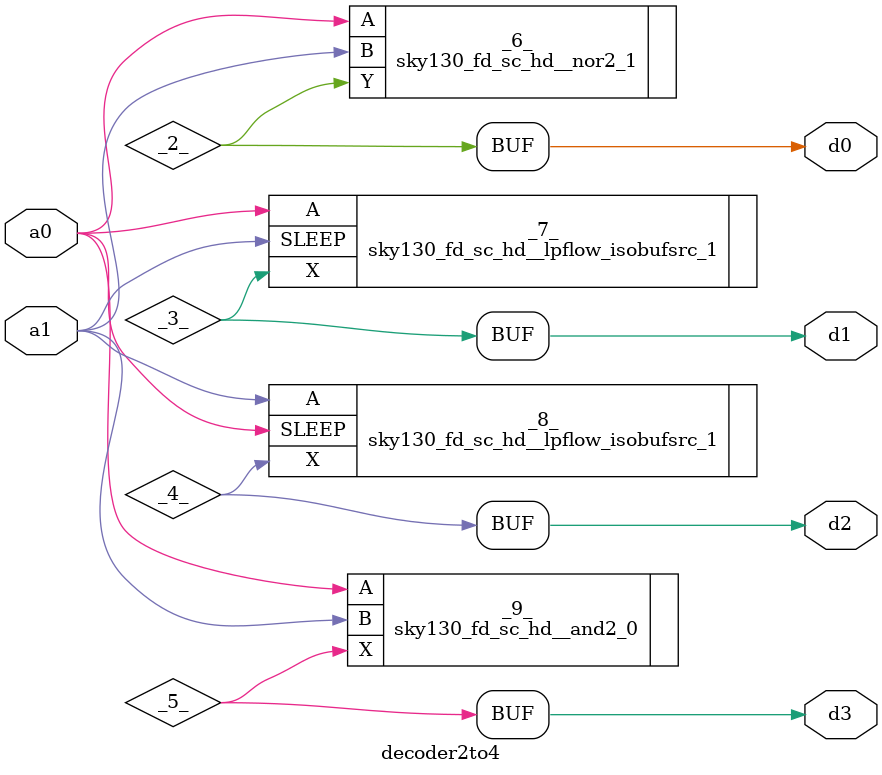
<source format=v>
/* Generated by Yosys 0.9 (git sha1 1979e0b1, i686-w64-mingw32.static-g++ 5.5.0 -Os) */

module decoder2to4(a0, a1, d0, d1, d2, d3);
  wire _0_;
  wire _1_;
  wire _2_;
  wire _3_;
  wire _4_;
  wire _5_;
  input a0;
  input a1;
  output d0;
  output d1;
  output d2;
  output d3;
  sky130_fd_sc_hd__nor2_1 _6_ (
    .A(_0_),
    .B(_1_),
    .Y(_2_)
  );
  sky130_fd_sc_hd__lpflow_isobufsrc_1 _7_ (
    .A(_0_),
    .SLEEP(_1_),
    .X(_3_)
  );
  sky130_fd_sc_hd__lpflow_isobufsrc_1 _8_ (
    .A(_1_),
    .SLEEP(_0_),
    .X(_4_)
  );
  sky130_fd_sc_hd__and2_0 _9_ (
    .A(_0_),
    .B(_1_),
    .X(_5_)
  );
  assign _0_ = a0;
  assign _1_ = a1;
  assign d0 = _2_;
  assign d1 = _3_;
  assign d2 = _4_;
  assign d3 = _5_;
endmodule

</source>
